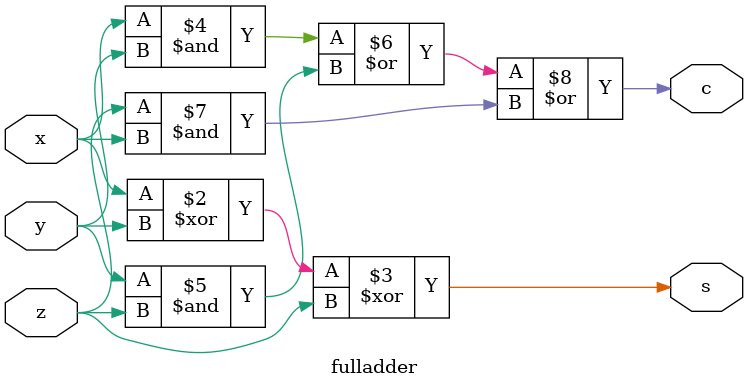
<source format=v>
module rippleadder(A, B, Cin, S, Cout);
input [3:0]A;
input [3:0]B;
input Cin;
output [3:0]S;
output Cout;
wire [3:0]C;

fulladder f1(A[0], B[0], Cin, S[0], C[1]);
fulladder f2(A[1], B[1], C[1], S[1], C[2]);
fulladder f3(A[2], B[2], C[2], S[2], C[3]);
fulladder f4(A[3], B[3], C[3], S[3], Cout);

endmodule


module fulladder(x, y, z, s, c);
input x, y, z;
output reg s, c;
always@(x, y, z)
begin
        s = x ^ y ^ z;
        c = x&y | y&z | z&x;
end
endmodule

</source>
